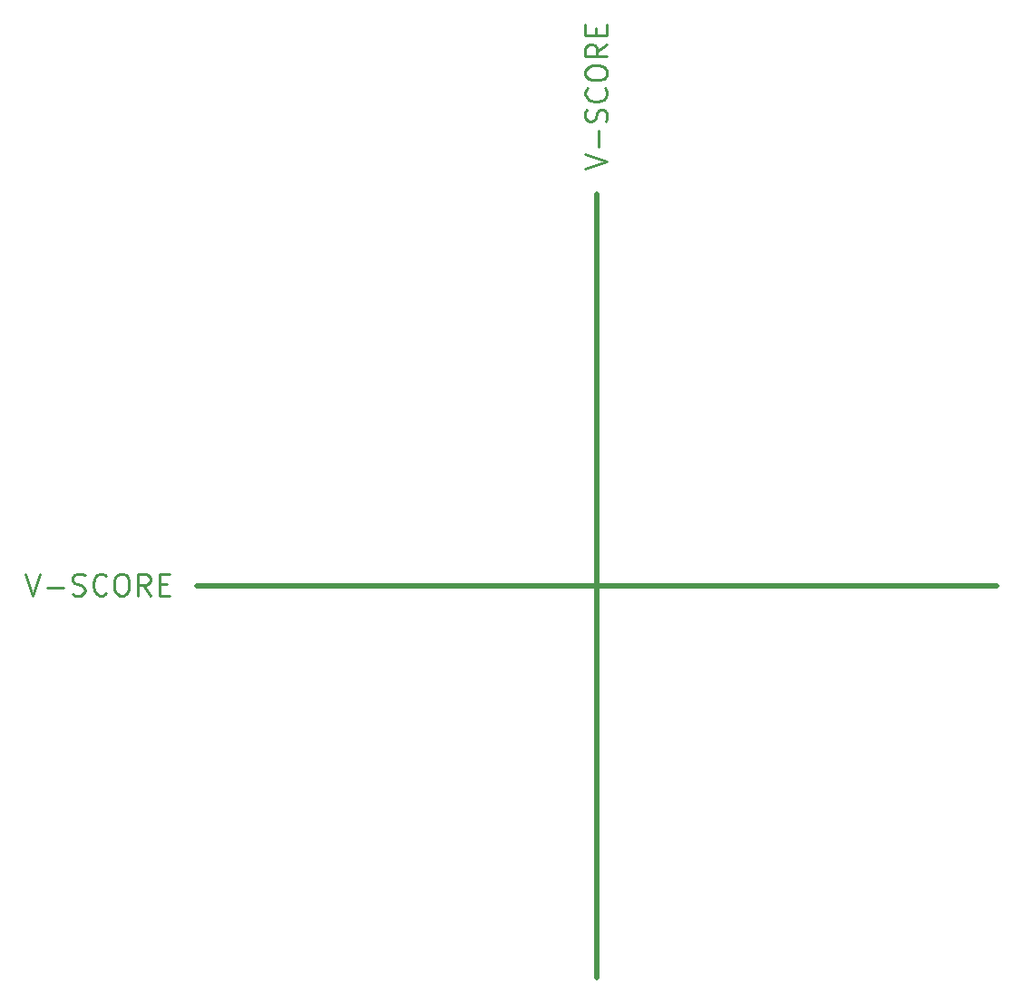
<source format=gbr>
%TF.GenerationSoftware,KiCad,Pcbnew,8.0.4*%
%TF.CreationDate,2024-08-25T23:20:03-07:00*%
%TF.ProjectId,HackthePlanetPin_panelized,4861636b-7468-4655-906c-616e65745069,rev?*%
%TF.SameCoordinates,Original*%
%TF.FileFunction,Other,Comment*%
%FSLAX46Y46*%
G04 Gerber Fmt 4.6, Leading zero omitted, Abs format (unit mm)*
G04 Created by KiCad (PCBNEW 8.0.4) date 2024-08-25 23:20:03*
%MOMM*%
%LPD*%
G01*
G04 APERTURE LIST*
%ADD10C,0.250000*%
%ADD11C,0.500000*%
G04 APERTURE END LIST*
D10*
X112586446Y-76217044D02*
X113253112Y-78217044D01*
X113253112Y-78217044D02*
X113919779Y-76217044D01*
X114586446Y-77455139D02*
X116110256Y-77455139D01*
X116967398Y-78121806D02*
X117253112Y-78217044D01*
X117253112Y-78217044D02*
X117729303Y-78217044D01*
X117729303Y-78217044D02*
X117919779Y-78121806D01*
X117919779Y-78121806D02*
X118015017Y-78026567D01*
X118015017Y-78026567D02*
X118110255Y-77836091D01*
X118110255Y-77836091D02*
X118110255Y-77645615D01*
X118110255Y-77645615D02*
X118015017Y-77455139D01*
X118015017Y-77455139D02*
X117919779Y-77359901D01*
X117919779Y-77359901D02*
X117729303Y-77264663D01*
X117729303Y-77264663D02*
X117348350Y-77169425D01*
X117348350Y-77169425D02*
X117157874Y-77074186D01*
X117157874Y-77074186D02*
X117062636Y-76978948D01*
X117062636Y-76978948D02*
X116967398Y-76788472D01*
X116967398Y-76788472D02*
X116967398Y-76597996D01*
X116967398Y-76597996D02*
X117062636Y-76407520D01*
X117062636Y-76407520D02*
X117157874Y-76312282D01*
X117157874Y-76312282D02*
X117348350Y-76217044D01*
X117348350Y-76217044D02*
X117824541Y-76217044D01*
X117824541Y-76217044D02*
X118110255Y-76312282D01*
X120110255Y-78026567D02*
X120015017Y-78121806D01*
X120015017Y-78121806D02*
X119729303Y-78217044D01*
X119729303Y-78217044D02*
X119538827Y-78217044D01*
X119538827Y-78217044D02*
X119253112Y-78121806D01*
X119253112Y-78121806D02*
X119062636Y-77931329D01*
X119062636Y-77931329D02*
X118967398Y-77740853D01*
X118967398Y-77740853D02*
X118872160Y-77359901D01*
X118872160Y-77359901D02*
X118872160Y-77074186D01*
X118872160Y-77074186D02*
X118967398Y-76693234D01*
X118967398Y-76693234D02*
X119062636Y-76502758D01*
X119062636Y-76502758D02*
X119253112Y-76312282D01*
X119253112Y-76312282D02*
X119538827Y-76217044D01*
X119538827Y-76217044D02*
X119729303Y-76217044D01*
X119729303Y-76217044D02*
X120015017Y-76312282D01*
X120015017Y-76312282D02*
X120110255Y-76407520D01*
X121348350Y-76217044D02*
X121729303Y-76217044D01*
X121729303Y-76217044D02*
X121919779Y-76312282D01*
X121919779Y-76312282D02*
X122110255Y-76502758D01*
X122110255Y-76502758D02*
X122205493Y-76883710D01*
X122205493Y-76883710D02*
X122205493Y-77550377D01*
X122205493Y-77550377D02*
X122110255Y-77931329D01*
X122110255Y-77931329D02*
X121919779Y-78121806D01*
X121919779Y-78121806D02*
X121729303Y-78217044D01*
X121729303Y-78217044D02*
X121348350Y-78217044D01*
X121348350Y-78217044D02*
X121157874Y-78121806D01*
X121157874Y-78121806D02*
X120967398Y-77931329D01*
X120967398Y-77931329D02*
X120872160Y-77550377D01*
X120872160Y-77550377D02*
X120872160Y-76883710D01*
X120872160Y-76883710D02*
X120967398Y-76502758D01*
X120967398Y-76502758D02*
X121157874Y-76312282D01*
X121157874Y-76312282D02*
X121348350Y-76217044D01*
X124205493Y-78217044D02*
X123538826Y-77264663D01*
X123062636Y-78217044D02*
X123062636Y-76217044D01*
X123062636Y-76217044D02*
X123824541Y-76217044D01*
X123824541Y-76217044D02*
X124015017Y-76312282D01*
X124015017Y-76312282D02*
X124110255Y-76407520D01*
X124110255Y-76407520D02*
X124205493Y-76597996D01*
X124205493Y-76597996D02*
X124205493Y-76883710D01*
X124205493Y-76883710D02*
X124110255Y-77074186D01*
X124110255Y-77074186D02*
X124015017Y-77169425D01*
X124015017Y-77169425D02*
X123824541Y-77264663D01*
X123824541Y-77264663D02*
X123062636Y-77264663D01*
X125062636Y-77169425D02*
X125729303Y-77169425D01*
X126015017Y-78217044D02*
X125062636Y-78217044D01*
X125062636Y-78217044D02*
X125062636Y-76217044D01*
X125062636Y-76217044D02*
X126015017Y-76217044D01*
D11*
X128560443Y-77304806D02*
X203271557Y-77304806D01*
D10*
X164828238Y-38380191D02*
X166828238Y-37713525D01*
X166828238Y-37713525D02*
X164828238Y-37046858D01*
X166066333Y-36380191D02*
X166066333Y-34856382D01*
X166733000Y-33999239D02*
X166828238Y-33713525D01*
X166828238Y-33713525D02*
X166828238Y-33237334D01*
X166828238Y-33237334D02*
X166733000Y-33046858D01*
X166733000Y-33046858D02*
X166637761Y-32951620D01*
X166637761Y-32951620D02*
X166447285Y-32856382D01*
X166447285Y-32856382D02*
X166256809Y-32856382D01*
X166256809Y-32856382D02*
X166066333Y-32951620D01*
X166066333Y-32951620D02*
X165971095Y-33046858D01*
X165971095Y-33046858D02*
X165875857Y-33237334D01*
X165875857Y-33237334D02*
X165780619Y-33618287D01*
X165780619Y-33618287D02*
X165685380Y-33808763D01*
X165685380Y-33808763D02*
X165590142Y-33904001D01*
X165590142Y-33904001D02*
X165399666Y-33999239D01*
X165399666Y-33999239D02*
X165209190Y-33999239D01*
X165209190Y-33999239D02*
X165018714Y-33904001D01*
X165018714Y-33904001D02*
X164923476Y-33808763D01*
X164923476Y-33808763D02*
X164828238Y-33618287D01*
X164828238Y-33618287D02*
X164828238Y-33142096D01*
X164828238Y-33142096D02*
X164923476Y-32856382D01*
X166637761Y-30856382D02*
X166733000Y-30951620D01*
X166733000Y-30951620D02*
X166828238Y-31237334D01*
X166828238Y-31237334D02*
X166828238Y-31427810D01*
X166828238Y-31427810D02*
X166733000Y-31713525D01*
X166733000Y-31713525D02*
X166542523Y-31904001D01*
X166542523Y-31904001D02*
X166352047Y-31999239D01*
X166352047Y-31999239D02*
X165971095Y-32094477D01*
X165971095Y-32094477D02*
X165685380Y-32094477D01*
X165685380Y-32094477D02*
X165304428Y-31999239D01*
X165304428Y-31999239D02*
X165113952Y-31904001D01*
X165113952Y-31904001D02*
X164923476Y-31713525D01*
X164923476Y-31713525D02*
X164828238Y-31427810D01*
X164828238Y-31427810D02*
X164828238Y-31237334D01*
X164828238Y-31237334D02*
X164923476Y-30951620D01*
X164923476Y-30951620D02*
X165018714Y-30856382D01*
X164828238Y-29618287D02*
X164828238Y-29237334D01*
X164828238Y-29237334D02*
X164923476Y-29046858D01*
X164923476Y-29046858D02*
X165113952Y-28856382D01*
X165113952Y-28856382D02*
X165494904Y-28761144D01*
X165494904Y-28761144D02*
X166161571Y-28761144D01*
X166161571Y-28761144D02*
X166542523Y-28856382D01*
X166542523Y-28856382D02*
X166733000Y-29046858D01*
X166733000Y-29046858D02*
X166828238Y-29237334D01*
X166828238Y-29237334D02*
X166828238Y-29618287D01*
X166828238Y-29618287D02*
X166733000Y-29808763D01*
X166733000Y-29808763D02*
X166542523Y-29999239D01*
X166542523Y-29999239D02*
X166161571Y-30094477D01*
X166161571Y-30094477D02*
X165494904Y-30094477D01*
X165494904Y-30094477D02*
X165113952Y-29999239D01*
X165113952Y-29999239D02*
X164923476Y-29808763D01*
X164923476Y-29808763D02*
X164828238Y-29618287D01*
X166828238Y-26761144D02*
X165875857Y-27427811D01*
X166828238Y-27904001D02*
X164828238Y-27904001D01*
X164828238Y-27904001D02*
X164828238Y-27142096D01*
X164828238Y-27142096D02*
X164923476Y-26951620D01*
X164923476Y-26951620D02*
X165018714Y-26856382D01*
X165018714Y-26856382D02*
X165209190Y-26761144D01*
X165209190Y-26761144D02*
X165494904Y-26761144D01*
X165494904Y-26761144D02*
X165685380Y-26856382D01*
X165685380Y-26856382D02*
X165780619Y-26951620D01*
X165780619Y-26951620D02*
X165875857Y-27142096D01*
X165875857Y-27142096D02*
X165875857Y-27904001D01*
X165780619Y-25904001D02*
X165780619Y-25237334D01*
X166828238Y-24951620D02*
X166828238Y-25904001D01*
X166828238Y-25904001D02*
X164828238Y-25904001D01*
X164828238Y-25904001D02*
X164828238Y-24951620D01*
D11*
X165916000Y-40735141D02*
X165916000Y-113874471D01*
M02*

</source>
